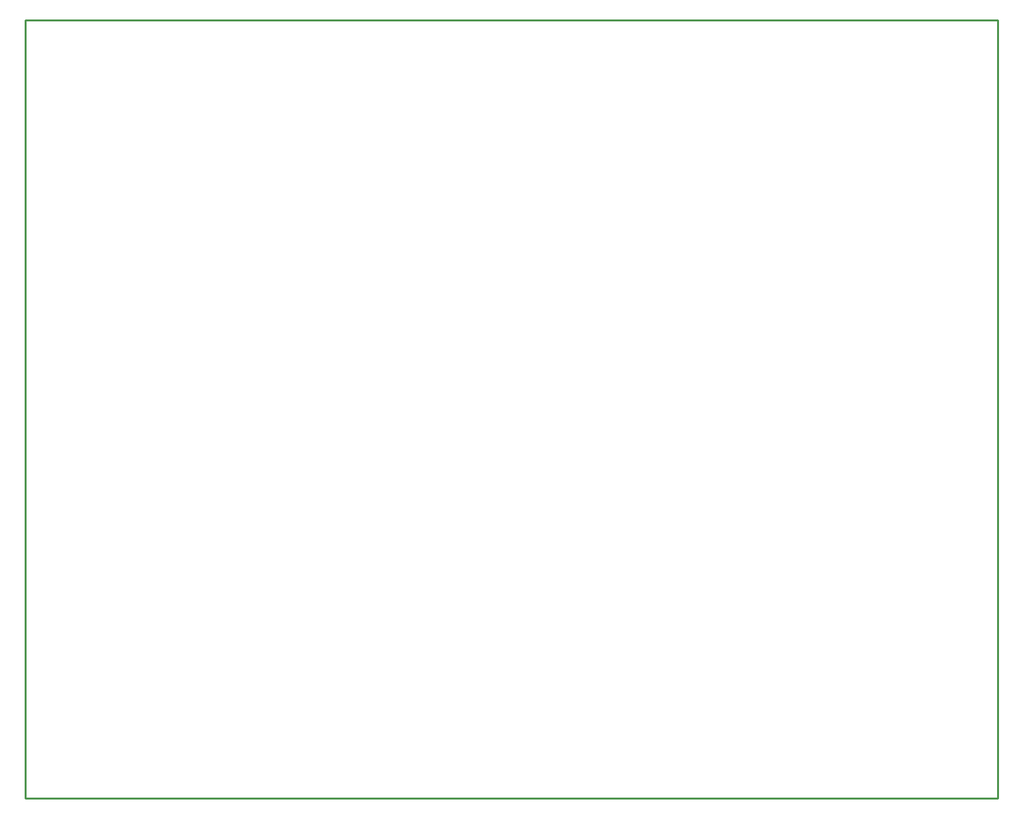
<source format=gbr>
G04 ================== begin FILE IDENTIFICATION RECORD ==================*
G04 Layout Name:  SMA_Prototype_B.brd*
G04 Film Name:    OUTLINE*
G04 File Format:  Gerber RS274X*
G04 File Origin:  Cadence Allegro 17.2-S025*
G04 Origin Date:  Tue Mar 20 17:58:26 2018*
G04 *
G04 Layer:  BOARD GEOMETRY/OUTLINE*
G04 *
G04 Offset:    (0.000 0.000)*
G04 Mirror:    No*
G04 Mode:      Positive*
G04 Rotation:  0*
G04 FullContactRelief:  No*
G04 UndefLineWidth:     10.000*
G04 ================== end FILE IDENTIFICATION RECORD ====================*
%FSLAX25Y25*MOIN*%
%IR0*IPPOS*OFA0.00000B0.00000*MIA0B0*SFA1.00000B1.00000*%
%ADD10C,.01*%
G75*
%LPD*%
G75*
G54D10*
G01X500000Y-400000D02*
Y0D01*
X0D01*
Y-400000D01*
X500000D01*
M02*

</source>
